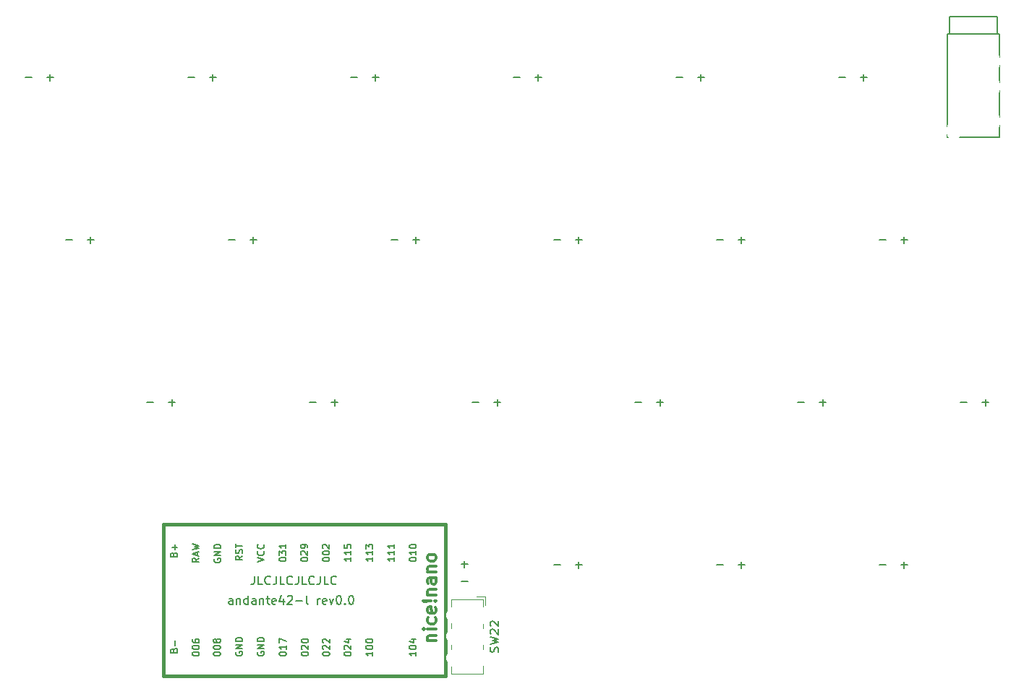
<source format=gto>
G04 #@! TF.GenerationSoftware,KiCad,Pcbnew,(5.1.4)-1*
G04 #@! TF.CreationDate,2021-01-05T09:43:32-08:00*
G04 #@! TF.ProjectId,andante-classic,616e6461-6e74-4652-9d63-6c6173736963,rev?*
G04 #@! TF.SameCoordinates,Original*
G04 #@! TF.FileFunction,Legend,Top*
G04 #@! TF.FilePolarity,Positive*
%FSLAX46Y46*%
G04 Gerber Fmt 4.6, Leading zero omitted, Abs format (unit mm)*
G04 Created by KiCad (PCBNEW (5.1.4)-1) date 2021-01-05 09:43:32*
%MOMM*%
%LPD*%
G04 APERTURE LIST*
%ADD10C,0.150000*%
%ADD11C,0.381000*%
%ADD12C,0.120000*%
%ADD13C,0.300000*%
%ADD14R,2.007000X2.007000*%
%ADD15C,2.007000*%
%ADD16C,0.902000*%
%ADD17C,1.802000*%
%ADD18C,2.102000*%
%ADD19C,1.852000*%
%ADD20C,2.352000*%
%ADD21C,4.089800*%
%ADD22C,2.352000*%
%ADD23C,1.854600*%
%ADD24O,1.852000X1.302000*%
%ADD25C,0.100000*%
%ADD26C,1.302000*%
%ADD27C,1.702000*%
%ADD28R,1.702000X1.702000*%
%ADD29O,1.702000X2.102000*%
G04 APERTURE END LIST*
D10*
X54776312Y-84598260D02*
X54776312Y-85312546D01*
X54728693Y-85455403D01*
X54633455Y-85550641D01*
X54490598Y-85598260D01*
X54395360Y-85598260D01*
X55728693Y-85598260D02*
X55252502Y-85598260D01*
X55252502Y-84598260D01*
X56633455Y-85503022D02*
X56585836Y-85550641D01*
X56442979Y-85598260D01*
X56347740Y-85598260D01*
X56204883Y-85550641D01*
X56109645Y-85455403D01*
X56062026Y-85360165D01*
X56014407Y-85169689D01*
X56014407Y-85026832D01*
X56062026Y-84836356D01*
X56109645Y-84741118D01*
X56204883Y-84645880D01*
X56347740Y-84598260D01*
X56442979Y-84598260D01*
X56585836Y-84645880D01*
X56633455Y-84693499D01*
X57347740Y-84598260D02*
X57347740Y-85312546D01*
X57300121Y-85455403D01*
X57204883Y-85550641D01*
X57062026Y-85598260D01*
X56966788Y-85598260D01*
X58300121Y-85598260D02*
X57823931Y-85598260D01*
X57823931Y-84598260D01*
X59204883Y-85503022D02*
X59157264Y-85550641D01*
X59014407Y-85598260D01*
X58919169Y-85598260D01*
X58776312Y-85550641D01*
X58681074Y-85455403D01*
X58633455Y-85360165D01*
X58585836Y-85169689D01*
X58585836Y-85026832D01*
X58633455Y-84836356D01*
X58681074Y-84741118D01*
X58776312Y-84645880D01*
X58919169Y-84598260D01*
X59014407Y-84598260D01*
X59157264Y-84645880D01*
X59204883Y-84693499D01*
X59919169Y-84598260D02*
X59919169Y-85312546D01*
X59871550Y-85455403D01*
X59776312Y-85550641D01*
X59633455Y-85598260D01*
X59538217Y-85598260D01*
X60871550Y-85598260D02*
X60395360Y-85598260D01*
X60395360Y-84598260D01*
X61776312Y-85503022D02*
X61728693Y-85550641D01*
X61585836Y-85598260D01*
X61490598Y-85598260D01*
X61347740Y-85550641D01*
X61252502Y-85455403D01*
X61204883Y-85360165D01*
X61157264Y-85169689D01*
X61157264Y-85026832D01*
X61204883Y-84836356D01*
X61252502Y-84741118D01*
X61347740Y-84645880D01*
X61490598Y-84598260D01*
X61585836Y-84598260D01*
X61728693Y-84645880D01*
X61776312Y-84693499D01*
X62490598Y-84598260D02*
X62490598Y-85312546D01*
X62442979Y-85455403D01*
X62347740Y-85550641D01*
X62204883Y-85598260D01*
X62109645Y-85598260D01*
X63442979Y-85598260D02*
X62966788Y-85598260D01*
X62966788Y-84598260D01*
X64347740Y-85503022D02*
X64300121Y-85550641D01*
X64157264Y-85598260D01*
X64062026Y-85598260D01*
X63919169Y-85550641D01*
X63823931Y-85455403D01*
X63776312Y-85360165D01*
X63728693Y-85169689D01*
X63728693Y-85026832D01*
X63776312Y-84836356D01*
X63823931Y-84741118D01*
X63919169Y-84645880D01*
X64062026Y-84598260D01*
X64157264Y-84598260D01*
X64300121Y-84645880D01*
X64347740Y-84693499D01*
X52234366Y-87907120D02*
X52234366Y-87383311D01*
X52186747Y-87288073D01*
X52091509Y-87240454D01*
X51901033Y-87240454D01*
X51805795Y-87288073D01*
X52234366Y-87859501D02*
X52139128Y-87907120D01*
X51901033Y-87907120D01*
X51805795Y-87859501D01*
X51758176Y-87764263D01*
X51758176Y-87669025D01*
X51805795Y-87573787D01*
X51901033Y-87526168D01*
X52139128Y-87526168D01*
X52234366Y-87478549D01*
X52710557Y-87240454D02*
X52710557Y-87907120D01*
X52710557Y-87335692D02*
X52758176Y-87288073D01*
X52853414Y-87240454D01*
X52996271Y-87240454D01*
X53091509Y-87288073D01*
X53139128Y-87383311D01*
X53139128Y-87907120D01*
X54043890Y-87907120D02*
X54043890Y-86907120D01*
X54043890Y-87859501D02*
X53948652Y-87907120D01*
X53758176Y-87907120D01*
X53662938Y-87859501D01*
X53615319Y-87811882D01*
X53567700Y-87716644D01*
X53567700Y-87430930D01*
X53615319Y-87335692D01*
X53662938Y-87288073D01*
X53758176Y-87240454D01*
X53948652Y-87240454D01*
X54043890Y-87288073D01*
X54948652Y-87907120D02*
X54948652Y-87383311D01*
X54901033Y-87288073D01*
X54805795Y-87240454D01*
X54615319Y-87240454D01*
X54520080Y-87288073D01*
X54948652Y-87859501D02*
X54853414Y-87907120D01*
X54615319Y-87907120D01*
X54520080Y-87859501D01*
X54472461Y-87764263D01*
X54472461Y-87669025D01*
X54520080Y-87573787D01*
X54615319Y-87526168D01*
X54853414Y-87526168D01*
X54948652Y-87478549D01*
X55424842Y-87240454D02*
X55424842Y-87907120D01*
X55424842Y-87335692D02*
X55472461Y-87288073D01*
X55567700Y-87240454D01*
X55710557Y-87240454D01*
X55805795Y-87288073D01*
X55853414Y-87383311D01*
X55853414Y-87907120D01*
X56186747Y-87240454D02*
X56567700Y-87240454D01*
X56329604Y-86907120D02*
X56329604Y-87764263D01*
X56377223Y-87859501D01*
X56472461Y-87907120D01*
X56567700Y-87907120D01*
X57281985Y-87859501D02*
X57186747Y-87907120D01*
X56996271Y-87907120D01*
X56901033Y-87859501D01*
X56853414Y-87764263D01*
X56853414Y-87383311D01*
X56901033Y-87288073D01*
X56996271Y-87240454D01*
X57186747Y-87240454D01*
X57281985Y-87288073D01*
X57329604Y-87383311D01*
X57329604Y-87478549D01*
X56853414Y-87573787D01*
X58186747Y-87240454D02*
X58186747Y-87907120D01*
X57948652Y-86859501D02*
X57710557Y-87573787D01*
X58329604Y-87573787D01*
X58662938Y-87002359D02*
X58710557Y-86954740D01*
X58805795Y-86907120D01*
X59043890Y-86907120D01*
X59139128Y-86954740D01*
X59186747Y-87002359D01*
X59234366Y-87097597D01*
X59234366Y-87192835D01*
X59186747Y-87335692D01*
X58615319Y-87907120D01*
X59234366Y-87907120D01*
X59662938Y-87526168D02*
X60424842Y-87526168D01*
X61043890Y-87907120D02*
X60948652Y-87859501D01*
X60901033Y-87764263D01*
X60901033Y-86907120D01*
X62186747Y-87907120D02*
X62186747Y-87240454D01*
X62186747Y-87430930D02*
X62234366Y-87335692D01*
X62281985Y-87288073D01*
X62377223Y-87240454D01*
X62472461Y-87240454D01*
X63186747Y-87859501D02*
X63091509Y-87907120D01*
X62901033Y-87907120D01*
X62805795Y-87859501D01*
X62758176Y-87764263D01*
X62758176Y-87383311D01*
X62805795Y-87288073D01*
X62901033Y-87240454D01*
X63091509Y-87240454D01*
X63186747Y-87288073D01*
X63234366Y-87383311D01*
X63234366Y-87478549D01*
X62758176Y-87573787D01*
X63567700Y-87240454D02*
X63805795Y-87907120D01*
X64043890Y-87240454D01*
X64615319Y-86907120D02*
X64710557Y-86907120D01*
X64805795Y-86954740D01*
X64853414Y-87002359D01*
X64901033Y-87097597D01*
X64948652Y-87288073D01*
X64948652Y-87526168D01*
X64901033Y-87716644D01*
X64853414Y-87811882D01*
X64805795Y-87859501D01*
X64710557Y-87907120D01*
X64615319Y-87907120D01*
X64520080Y-87859501D01*
X64472461Y-87811882D01*
X64424842Y-87716644D01*
X64377223Y-87526168D01*
X64377223Y-87288073D01*
X64424842Y-87097597D01*
X64472461Y-87002359D01*
X64520080Y-86954740D01*
X64615319Y-86907120D01*
X65377223Y-87811882D02*
X65424842Y-87859501D01*
X65377223Y-87907120D01*
X65329604Y-87859501D01*
X65377223Y-87811882D01*
X65377223Y-87907120D01*
X66043890Y-86907120D02*
X66139128Y-86907120D01*
X66234366Y-86954740D01*
X66281985Y-87002359D01*
X66329604Y-87097597D01*
X66377223Y-87288073D01*
X66377223Y-87526168D01*
X66329604Y-87716644D01*
X66281985Y-87811882D01*
X66234366Y-87859501D01*
X66139128Y-87907120D01*
X66043890Y-87907120D01*
X65948652Y-87859501D01*
X65901033Y-87811882D01*
X65853414Y-87716644D01*
X65805795Y-87526168D01*
X65805795Y-87288073D01*
X65853414Y-87097597D01*
X65901033Y-87002359D01*
X65948652Y-86954740D01*
X66043890Y-86907120D01*
X79002129Y-83212312D02*
X79764034Y-83212312D01*
X79383082Y-83593264D02*
X79383082Y-82831360D01*
X79002129Y-85196692D02*
X79764034Y-85196692D01*
D11*
X46680538Y-96298380D02*
X77160538Y-96298380D01*
X77160538Y-96298380D02*
X77160538Y-78518380D01*
X77160538Y-78518380D02*
X46680538Y-78518380D01*
X46680538Y-78518380D02*
X44140538Y-78518380D01*
X44140538Y-78518380D02*
X44140538Y-96298380D01*
X44140538Y-96298380D02*
X46680538Y-96298380D01*
D12*
X81814000Y-87039000D02*
X81814000Y-88039000D01*
X80814000Y-87039000D02*
X81814000Y-87039000D01*
X77814000Y-87339000D02*
X81514000Y-87339000D01*
X77814000Y-88219000D02*
X77814000Y-87339000D01*
X77814000Y-90719000D02*
X77814000Y-90159000D01*
X77814000Y-93209000D02*
X77814000Y-92659000D01*
X77814000Y-96039000D02*
X77814000Y-95169000D01*
X81514000Y-96039000D02*
X77814000Y-96039000D01*
X81514000Y-95159000D02*
X81514000Y-96039000D01*
X81514000Y-92659000D02*
X81514000Y-93219000D01*
X81514000Y-90189000D02*
X81514000Y-90719000D01*
X81514000Y-87339000D02*
X81514000Y-88189000D01*
D10*
X141750000Y-19050000D02*
X136150000Y-19050000D01*
X136150000Y-21050000D02*
X136150000Y-19050000D01*
X141750000Y-21050000D02*
X141750000Y-19050000D01*
X135900000Y-21050000D02*
X135900000Y-33150000D01*
X142000000Y-21050000D02*
X142000000Y-33150000D01*
X142000000Y-33150000D02*
X135900000Y-33150000D01*
X142000000Y-21050000D02*
X135900000Y-21050000D01*
X127936547Y-83283928D02*
X128698452Y-83283928D01*
X130476547Y-83283928D02*
X131238452Y-83283928D01*
X130857500Y-83664880D02*
X130857500Y-82902976D01*
X80311547Y-64233928D02*
X81073452Y-64233928D01*
X82851547Y-64233928D02*
X83613452Y-64233928D01*
X83232500Y-64614880D02*
X83232500Y-63852976D01*
X32686547Y-45183928D02*
X33448452Y-45183928D01*
X35226547Y-45183928D02*
X35988452Y-45183928D01*
X35607500Y-45564880D02*
X35607500Y-44802976D01*
X42211547Y-64233928D02*
X42973452Y-64233928D01*
X44751547Y-64233928D02*
X45513452Y-64233928D01*
X45132500Y-64614880D02*
X45132500Y-63852976D01*
X85074047Y-26133928D02*
X85835952Y-26133928D01*
X87614047Y-26133928D02*
X88375952Y-26133928D01*
X87995000Y-26514880D02*
X87995000Y-25752976D01*
X118411547Y-64233928D02*
X119173452Y-64233928D01*
X120951547Y-64233928D02*
X121713452Y-64233928D01*
X121332500Y-64614880D02*
X121332500Y-63852976D01*
D13*
X75061109Y-92190094D02*
X76061109Y-92190094D01*
X75203966Y-92190094D02*
X75132538Y-92118665D01*
X75061109Y-91975808D01*
X75061109Y-91761522D01*
X75132538Y-91618665D01*
X75275395Y-91547237D01*
X76061109Y-91547237D01*
X76061109Y-90832951D02*
X75061109Y-90832951D01*
X74561109Y-90832951D02*
X74632538Y-90904380D01*
X74703966Y-90832951D01*
X74632538Y-90761522D01*
X74561109Y-90832951D01*
X74703966Y-90832951D01*
X75989680Y-89475808D02*
X76061109Y-89618665D01*
X76061109Y-89904380D01*
X75989680Y-90047237D01*
X75918252Y-90118665D01*
X75775395Y-90190094D01*
X75346823Y-90190094D01*
X75203966Y-90118665D01*
X75132538Y-90047237D01*
X75061109Y-89904380D01*
X75061109Y-89618665D01*
X75132538Y-89475808D01*
X75989680Y-88261522D02*
X76061109Y-88404380D01*
X76061109Y-88690094D01*
X75989680Y-88832951D01*
X75846823Y-88904380D01*
X75275395Y-88904380D01*
X75132538Y-88832951D01*
X75061109Y-88690094D01*
X75061109Y-88404380D01*
X75132538Y-88261522D01*
X75275395Y-88190094D01*
X75418252Y-88190094D01*
X75561109Y-88904380D01*
X75918252Y-87547237D02*
X75989680Y-87475808D01*
X76061109Y-87547237D01*
X75989680Y-87618665D01*
X75918252Y-87547237D01*
X76061109Y-87547237D01*
X75489680Y-87547237D02*
X74632538Y-87618665D01*
X74561109Y-87547237D01*
X74632538Y-87475808D01*
X75489680Y-87547237D01*
X74561109Y-87547237D01*
X75061109Y-86832951D02*
X76061109Y-86832951D01*
X75203966Y-86832951D02*
X75132538Y-86761522D01*
X75061109Y-86618665D01*
X75061109Y-86404380D01*
X75132538Y-86261522D01*
X75275395Y-86190094D01*
X76061109Y-86190094D01*
X76061109Y-84832951D02*
X75275395Y-84832951D01*
X75132538Y-84904380D01*
X75061109Y-85047237D01*
X75061109Y-85332951D01*
X75132538Y-85475808D01*
X75989680Y-84832951D02*
X76061109Y-84975808D01*
X76061109Y-85332951D01*
X75989680Y-85475808D01*
X75846823Y-85547237D01*
X75703966Y-85547237D01*
X75561109Y-85475808D01*
X75489680Y-85332951D01*
X75489680Y-84975808D01*
X75418252Y-84832951D01*
X75061109Y-84118665D02*
X76061109Y-84118665D01*
X75203966Y-84118665D02*
X75132538Y-84047237D01*
X75061109Y-83904380D01*
X75061109Y-83690094D01*
X75132538Y-83547237D01*
X75275395Y-83475808D01*
X76061109Y-83475808D01*
X76061109Y-82547237D02*
X75989680Y-82690094D01*
X75918252Y-82761522D01*
X75775395Y-82832951D01*
X75346823Y-82832951D01*
X75203966Y-82761522D01*
X75132538Y-82690094D01*
X75061109Y-82547237D01*
X75061109Y-82332951D01*
X75132538Y-82190094D01*
X75203966Y-82118665D01*
X75346823Y-82047237D01*
X75775395Y-82047237D01*
X75918252Y-82118665D01*
X75989680Y-82190094D01*
X76061109Y-82332951D01*
X76061109Y-82547237D01*
D10*
X72912442Y-82671189D02*
X72912442Y-82594998D01*
X72950538Y-82518808D01*
X72988633Y-82480712D01*
X73064823Y-82442617D01*
X73217204Y-82404522D01*
X73407680Y-82404522D01*
X73560061Y-82442617D01*
X73636252Y-82480712D01*
X73674347Y-82518808D01*
X73712442Y-82594998D01*
X73712442Y-82671189D01*
X73674347Y-82747379D01*
X73636252Y-82785474D01*
X73560061Y-82823569D01*
X73407680Y-82861665D01*
X73217204Y-82861665D01*
X73064823Y-82823569D01*
X72988633Y-82785474D01*
X72950538Y-82747379D01*
X72912442Y-82671189D01*
X73712442Y-81642617D02*
X73712442Y-82099760D01*
X73712442Y-81871189D02*
X72912442Y-81871189D01*
X73026728Y-81947379D01*
X73102918Y-82023569D01*
X73141014Y-82099760D01*
X72912442Y-81147379D02*
X72912442Y-81071189D01*
X72950538Y-80994998D01*
X72988633Y-80956903D01*
X73064823Y-80918808D01*
X73217204Y-80880712D01*
X73407680Y-80880712D01*
X73560061Y-80918808D01*
X73636252Y-80956903D01*
X73674347Y-80994998D01*
X73712442Y-81071189D01*
X73712442Y-81147379D01*
X73674347Y-81223569D01*
X73636252Y-81261665D01*
X73560061Y-81299760D01*
X73407680Y-81337855D01*
X73217204Y-81337855D01*
X73064823Y-81299760D01*
X72988633Y-81261665D01*
X72950538Y-81223569D01*
X72912442Y-81147379D01*
X66092442Y-82404522D02*
X66092442Y-82861665D01*
X66092442Y-82633093D02*
X65292442Y-82633093D01*
X65406728Y-82709284D01*
X65482918Y-82785474D01*
X65521014Y-82861665D01*
X66092442Y-81642617D02*
X66092442Y-82099760D01*
X66092442Y-81871189D02*
X65292442Y-81871189D01*
X65406728Y-81947379D01*
X65482918Y-82023569D01*
X65521014Y-82099760D01*
X65292442Y-80918808D02*
X65292442Y-81299760D01*
X65673395Y-81337855D01*
X65635299Y-81299760D01*
X65597204Y-81223569D01*
X65597204Y-81033093D01*
X65635299Y-80956903D01*
X65673395Y-80918808D01*
X65749585Y-80880712D01*
X65940061Y-80880712D01*
X66016252Y-80918808D01*
X66054347Y-80956903D01*
X66092442Y-81033093D01*
X66092442Y-81223569D01*
X66054347Y-81299760D01*
X66016252Y-81337855D01*
X62752442Y-82671189D02*
X62752442Y-82594998D01*
X62790538Y-82518808D01*
X62828633Y-82480712D01*
X62904823Y-82442617D01*
X63057204Y-82404522D01*
X63247680Y-82404522D01*
X63400061Y-82442617D01*
X63476252Y-82480712D01*
X63514347Y-82518808D01*
X63552442Y-82594998D01*
X63552442Y-82671189D01*
X63514347Y-82747379D01*
X63476252Y-82785474D01*
X63400061Y-82823569D01*
X63247680Y-82861665D01*
X63057204Y-82861665D01*
X62904823Y-82823569D01*
X62828633Y-82785474D01*
X62790538Y-82747379D01*
X62752442Y-82671189D01*
X62752442Y-81909284D02*
X62752442Y-81833093D01*
X62790538Y-81756903D01*
X62828633Y-81718808D01*
X62904823Y-81680712D01*
X63057204Y-81642617D01*
X63247680Y-81642617D01*
X63400061Y-81680712D01*
X63476252Y-81718808D01*
X63514347Y-81756903D01*
X63552442Y-81833093D01*
X63552442Y-81909284D01*
X63514347Y-81985474D01*
X63476252Y-82023569D01*
X63400061Y-82061665D01*
X63247680Y-82099760D01*
X63057204Y-82099760D01*
X62904823Y-82061665D01*
X62828633Y-82023569D01*
X62790538Y-81985474D01*
X62752442Y-81909284D01*
X62828633Y-81337855D02*
X62790538Y-81299760D01*
X62752442Y-81223569D01*
X62752442Y-81033093D01*
X62790538Y-80956903D01*
X62828633Y-80918808D01*
X62904823Y-80880712D01*
X62981014Y-80880712D01*
X63095299Y-80918808D01*
X63552442Y-81375950D01*
X63552442Y-80880712D01*
X60212442Y-82671189D02*
X60212442Y-82594998D01*
X60250538Y-82518808D01*
X60288633Y-82480712D01*
X60364823Y-82442617D01*
X60517204Y-82404522D01*
X60707680Y-82404522D01*
X60860061Y-82442617D01*
X60936252Y-82480712D01*
X60974347Y-82518808D01*
X61012442Y-82594998D01*
X61012442Y-82671189D01*
X60974347Y-82747379D01*
X60936252Y-82785474D01*
X60860061Y-82823569D01*
X60707680Y-82861665D01*
X60517204Y-82861665D01*
X60364823Y-82823569D01*
X60288633Y-82785474D01*
X60250538Y-82747379D01*
X60212442Y-82671189D01*
X60288633Y-82099760D02*
X60250538Y-82061665D01*
X60212442Y-81985474D01*
X60212442Y-81794998D01*
X60250538Y-81718808D01*
X60288633Y-81680712D01*
X60364823Y-81642617D01*
X60441014Y-81642617D01*
X60555299Y-81680712D01*
X61012442Y-82137855D01*
X61012442Y-81642617D01*
X61012442Y-81261665D02*
X61012442Y-81109284D01*
X60974347Y-81033093D01*
X60936252Y-80994998D01*
X60821966Y-80918808D01*
X60669585Y-80880712D01*
X60364823Y-80880712D01*
X60288633Y-80918808D01*
X60250538Y-80956903D01*
X60212442Y-81033093D01*
X60212442Y-81185474D01*
X60250538Y-81261665D01*
X60288633Y-81299760D01*
X60364823Y-81337855D01*
X60555299Y-81337855D01*
X60631490Y-81299760D01*
X60669585Y-81261665D01*
X60707680Y-81185474D01*
X60707680Y-81033093D01*
X60669585Y-80956903D01*
X60631490Y-80918808D01*
X60555299Y-80880712D01*
X48312442Y-82487045D02*
X47931490Y-82753712D01*
X48312442Y-82944188D02*
X47512442Y-82944188D01*
X47512442Y-82639426D01*
X47550538Y-82563236D01*
X47588633Y-82525141D01*
X47664823Y-82487045D01*
X47779109Y-82487045D01*
X47855299Y-82525141D01*
X47893395Y-82563236D01*
X47931490Y-82639426D01*
X47931490Y-82944188D01*
X48083871Y-82182284D02*
X48083871Y-81801331D01*
X48312442Y-82258474D02*
X47512442Y-81991807D01*
X48312442Y-81725141D01*
X47512442Y-81534665D02*
X48312442Y-81344188D01*
X47741014Y-81191807D01*
X48312442Y-81039426D01*
X47512442Y-80848950D01*
X50090538Y-82563236D02*
X50052442Y-82639427D01*
X50052442Y-82753713D01*
X50090538Y-82867998D01*
X50166728Y-82944189D01*
X50242918Y-82982284D01*
X50395299Y-83020379D01*
X50509585Y-83020379D01*
X50661966Y-82982284D01*
X50738157Y-82944189D01*
X50814347Y-82867998D01*
X50852442Y-82753713D01*
X50852442Y-82677522D01*
X50814347Y-82563236D01*
X50776252Y-82525141D01*
X50509585Y-82525141D01*
X50509585Y-82677522D01*
X50852442Y-82182284D02*
X50052442Y-82182284D01*
X50852442Y-81725141D01*
X50052442Y-81725141D01*
X50852442Y-81344189D02*
X50052442Y-81344189D01*
X50052442Y-81153713D01*
X50090538Y-81039427D01*
X50166728Y-80963236D01*
X50242918Y-80925141D01*
X50395299Y-80887046D01*
X50509585Y-80887046D01*
X50661966Y-80925141D01*
X50738157Y-80963236D01*
X50814347Y-81039427D01*
X50852442Y-81153713D01*
X50852442Y-81344189D01*
X53392442Y-82258475D02*
X53011490Y-82525141D01*
X53392442Y-82715618D02*
X52592442Y-82715618D01*
X52592442Y-82410856D01*
X52630538Y-82334665D01*
X52668633Y-82296570D01*
X52744823Y-82258475D01*
X52859109Y-82258475D01*
X52935299Y-82296570D01*
X52973395Y-82334665D01*
X53011490Y-82410856D01*
X53011490Y-82715618D01*
X53354347Y-81953713D02*
X53392442Y-81839427D01*
X53392442Y-81648951D01*
X53354347Y-81572760D01*
X53316252Y-81534665D01*
X53240061Y-81496570D01*
X53163871Y-81496570D01*
X53087680Y-81534665D01*
X53049585Y-81572760D01*
X53011490Y-81648951D01*
X52973395Y-81801332D01*
X52935299Y-81877522D01*
X52897204Y-81915618D01*
X52821014Y-81953713D01*
X52744823Y-81953713D01*
X52668633Y-81915618D01*
X52630538Y-81877522D01*
X52592442Y-81801332D01*
X52592442Y-81610856D01*
X52630538Y-81496570D01*
X52592442Y-81267999D02*
X52592442Y-80810856D01*
X53392442Y-81039427D02*
X52592442Y-81039427D01*
X55132442Y-82937855D02*
X55932442Y-82671189D01*
X55132442Y-82404522D01*
X55856252Y-81680712D02*
X55894347Y-81718808D01*
X55932442Y-81833093D01*
X55932442Y-81909284D01*
X55894347Y-82023569D01*
X55818157Y-82099760D01*
X55741966Y-82137855D01*
X55589585Y-82175950D01*
X55475299Y-82175950D01*
X55322918Y-82137855D01*
X55246728Y-82099760D01*
X55170538Y-82023569D01*
X55132442Y-81909284D01*
X55132442Y-81833093D01*
X55170538Y-81718808D01*
X55208633Y-81680712D01*
X55856252Y-80880712D02*
X55894347Y-80918808D01*
X55932442Y-81033093D01*
X55932442Y-81109284D01*
X55894347Y-81223569D01*
X55818157Y-81299760D01*
X55741966Y-81337855D01*
X55589585Y-81375950D01*
X55475299Y-81375950D01*
X55322918Y-81337855D01*
X55246728Y-81299760D01*
X55170538Y-81223569D01*
X55132442Y-81109284D01*
X55132442Y-81033093D01*
X55170538Y-80918808D01*
X55208633Y-80880712D01*
X57672442Y-82671189D02*
X57672442Y-82594998D01*
X57710538Y-82518808D01*
X57748633Y-82480712D01*
X57824823Y-82442617D01*
X57977204Y-82404522D01*
X58167680Y-82404522D01*
X58320061Y-82442617D01*
X58396252Y-82480712D01*
X58434347Y-82518808D01*
X58472442Y-82594998D01*
X58472442Y-82671189D01*
X58434347Y-82747379D01*
X58396252Y-82785474D01*
X58320061Y-82823569D01*
X58167680Y-82861665D01*
X57977204Y-82861665D01*
X57824823Y-82823569D01*
X57748633Y-82785474D01*
X57710538Y-82747379D01*
X57672442Y-82671189D01*
X57672442Y-82137855D02*
X57672442Y-81642617D01*
X57977204Y-81909284D01*
X57977204Y-81794998D01*
X58015299Y-81718808D01*
X58053395Y-81680712D01*
X58129585Y-81642617D01*
X58320061Y-81642617D01*
X58396252Y-81680712D01*
X58434347Y-81718808D01*
X58472442Y-81794998D01*
X58472442Y-82023569D01*
X58434347Y-82099760D01*
X58396252Y-82137855D01*
X58472442Y-80880712D02*
X58472442Y-81337855D01*
X58472442Y-81109284D02*
X57672442Y-81109284D01*
X57786728Y-81185474D01*
X57862918Y-81261665D01*
X57901014Y-81337855D01*
X68632442Y-82404522D02*
X68632442Y-82861665D01*
X68632442Y-82633093D02*
X67832442Y-82633093D01*
X67946728Y-82709284D01*
X68022918Y-82785474D01*
X68061014Y-82861665D01*
X68632442Y-81642617D02*
X68632442Y-82099760D01*
X68632442Y-81871189D02*
X67832442Y-81871189D01*
X67946728Y-81947379D01*
X68022918Y-82023569D01*
X68061014Y-82099760D01*
X67832442Y-81375950D02*
X67832442Y-80880712D01*
X68137204Y-81147379D01*
X68137204Y-81033093D01*
X68175299Y-80956903D01*
X68213395Y-80918808D01*
X68289585Y-80880712D01*
X68480061Y-80880712D01*
X68556252Y-80918808D01*
X68594347Y-80956903D01*
X68632442Y-81033093D01*
X68632442Y-81261665D01*
X68594347Y-81337855D01*
X68556252Y-81375950D01*
X71172442Y-82404522D02*
X71172442Y-82861665D01*
X71172442Y-82633093D02*
X70372442Y-82633093D01*
X70486728Y-82709284D01*
X70562918Y-82785474D01*
X70601014Y-82861665D01*
X71172442Y-81642617D02*
X71172442Y-82099760D01*
X71172442Y-81871189D02*
X70372442Y-81871189D01*
X70486728Y-81947379D01*
X70562918Y-82023569D01*
X70601014Y-82099760D01*
X71172442Y-80880712D02*
X71172442Y-81337855D01*
X71172442Y-81109284D02*
X70372442Y-81109284D01*
X70486728Y-81185474D01*
X70562918Y-81261665D01*
X70601014Y-81337855D01*
X73712442Y-93478903D02*
X73712442Y-93936046D01*
X73712442Y-93707474D02*
X72912442Y-93707474D01*
X73026728Y-93783665D01*
X73102918Y-93859855D01*
X73141014Y-93936046D01*
X72912442Y-92983665D02*
X72912442Y-92907474D01*
X72950538Y-92831284D01*
X72988633Y-92793189D01*
X73064823Y-92755093D01*
X73217204Y-92716998D01*
X73407680Y-92716998D01*
X73560061Y-92755093D01*
X73636252Y-92793189D01*
X73674347Y-92831284D01*
X73712442Y-92907474D01*
X73712442Y-92983665D01*
X73674347Y-93059855D01*
X73636252Y-93097950D01*
X73560061Y-93136046D01*
X73407680Y-93174141D01*
X73217204Y-93174141D01*
X73064823Y-93136046D01*
X72988633Y-93097950D01*
X72950538Y-93059855D01*
X72912442Y-92983665D01*
X73179109Y-92031284D02*
X73712442Y-92031284D01*
X72874347Y-92221760D02*
X73445776Y-92412236D01*
X73445776Y-91916998D01*
X68632442Y-93478903D02*
X68632442Y-93936046D01*
X68632442Y-93707474D02*
X67832442Y-93707474D01*
X67946728Y-93783665D01*
X68022918Y-93859855D01*
X68061014Y-93936046D01*
X67832442Y-92983665D02*
X67832442Y-92907474D01*
X67870538Y-92831284D01*
X67908633Y-92793189D01*
X67984823Y-92755093D01*
X68137204Y-92716998D01*
X68327680Y-92716998D01*
X68480061Y-92755093D01*
X68556252Y-92793189D01*
X68594347Y-92831284D01*
X68632442Y-92907474D01*
X68632442Y-92983665D01*
X68594347Y-93059855D01*
X68556252Y-93097950D01*
X68480061Y-93136046D01*
X68327680Y-93174141D01*
X68137204Y-93174141D01*
X67984823Y-93136046D01*
X67908633Y-93097950D01*
X67870538Y-93059855D01*
X67832442Y-92983665D01*
X67832442Y-92221760D02*
X67832442Y-92145570D01*
X67870538Y-92069379D01*
X67908633Y-92031284D01*
X67984823Y-91993189D01*
X68137204Y-91955093D01*
X68327680Y-91955093D01*
X68480061Y-91993189D01*
X68556252Y-92031284D01*
X68594347Y-92069379D01*
X68632442Y-92145570D01*
X68632442Y-92221760D01*
X68594347Y-92297950D01*
X68556252Y-92336046D01*
X68480061Y-92374141D01*
X68327680Y-92412236D01*
X68137204Y-92412236D01*
X67984823Y-92374141D01*
X67908633Y-92336046D01*
X67870538Y-92297950D01*
X67832442Y-92221760D01*
X65292442Y-93745570D02*
X65292442Y-93669379D01*
X65330538Y-93593189D01*
X65368633Y-93555093D01*
X65444823Y-93516998D01*
X65597204Y-93478903D01*
X65787680Y-93478903D01*
X65940061Y-93516998D01*
X66016252Y-93555093D01*
X66054347Y-93593189D01*
X66092442Y-93669379D01*
X66092442Y-93745570D01*
X66054347Y-93821760D01*
X66016252Y-93859855D01*
X65940061Y-93897950D01*
X65787680Y-93936046D01*
X65597204Y-93936046D01*
X65444823Y-93897950D01*
X65368633Y-93859855D01*
X65330538Y-93821760D01*
X65292442Y-93745570D01*
X65368633Y-93174141D02*
X65330538Y-93136046D01*
X65292442Y-93059855D01*
X65292442Y-92869379D01*
X65330538Y-92793189D01*
X65368633Y-92755093D01*
X65444823Y-92716998D01*
X65521014Y-92716998D01*
X65635299Y-92755093D01*
X66092442Y-93212236D01*
X66092442Y-92716998D01*
X65559109Y-92031284D02*
X66092442Y-92031284D01*
X65254347Y-92221760D02*
X65825776Y-92412236D01*
X65825776Y-91916998D01*
X62782442Y-93745570D02*
X62782442Y-93669379D01*
X62820538Y-93593189D01*
X62858633Y-93555093D01*
X62934823Y-93516998D01*
X63087204Y-93478903D01*
X63277680Y-93478903D01*
X63430061Y-93516998D01*
X63506252Y-93555093D01*
X63544347Y-93593189D01*
X63582442Y-93669379D01*
X63582442Y-93745570D01*
X63544347Y-93821760D01*
X63506252Y-93859855D01*
X63430061Y-93897950D01*
X63277680Y-93936046D01*
X63087204Y-93936046D01*
X62934823Y-93897950D01*
X62858633Y-93859855D01*
X62820538Y-93821760D01*
X62782442Y-93745570D01*
X62858633Y-93174141D02*
X62820538Y-93136046D01*
X62782442Y-93059855D01*
X62782442Y-92869379D01*
X62820538Y-92793189D01*
X62858633Y-92755093D01*
X62934823Y-92716998D01*
X63011014Y-92716998D01*
X63125299Y-92755093D01*
X63582442Y-93212236D01*
X63582442Y-92716998D01*
X62858633Y-92412236D02*
X62820538Y-92374141D01*
X62782442Y-92297950D01*
X62782442Y-92107474D01*
X62820538Y-92031284D01*
X62858633Y-91993189D01*
X62934823Y-91955093D01*
X63011014Y-91955093D01*
X63125299Y-91993189D01*
X63582442Y-92450331D01*
X63582442Y-91955093D01*
X52630538Y-93478903D02*
X52592442Y-93555094D01*
X52592442Y-93669380D01*
X52630538Y-93783665D01*
X52706728Y-93859856D01*
X52782918Y-93897951D01*
X52935299Y-93936046D01*
X53049585Y-93936046D01*
X53201966Y-93897951D01*
X53278157Y-93859856D01*
X53354347Y-93783665D01*
X53392442Y-93669380D01*
X53392442Y-93593189D01*
X53354347Y-93478903D01*
X53316252Y-93440808D01*
X53049585Y-93440808D01*
X53049585Y-93593189D01*
X53392442Y-93097951D02*
X52592442Y-93097951D01*
X53392442Y-92640808D01*
X52592442Y-92640808D01*
X53392442Y-92259856D02*
X52592442Y-92259856D01*
X52592442Y-92069380D01*
X52630538Y-91955094D01*
X52706728Y-91878903D01*
X52782918Y-91840808D01*
X52935299Y-91802713D01*
X53049585Y-91802713D01*
X53201966Y-91840808D01*
X53278157Y-91878903D01*
X53354347Y-91955094D01*
X53392442Y-92069380D01*
X53392442Y-92259856D01*
X55170538Y-93478903D02*
X55132442Y-93555094D01*
X55132442Y-93669380D01*
X55170538Y-93783665D01*
X55246728Y-93859856D01*
X55322918Y-93897951D01*
X55475299Y-93936046D01*
X55589585Y-93936046D01*
X55741966Y-93897951D01*
X55818157Y-93859856D01*
X55894347Y-93783665D01*
X55932442Y-93669380D01*
X55932442Y-93593189D01*
X55894347Y-93478903D01*
X55856252Y-93440808D01*
X55589585Y-93440808D01*
X55589585Y-93593189D01*
X55932442Y-93097951D02*
X55132442Y-93097951D01*
X55932442Y-92640808D01*
X55132442Y-92640808D01*
X55932442Y-92259856D02*
X55132442Y-92259856D01*
X55132442Y-92069380D01*
X55170538Y-91955094D01*
X55246728Y-91878903D01*
X55322918Y-91840808D01*
X55475299Y-91802713D01*
X55589585Y-91802713D01*
X55741966Y-91840808D01*
X55818157Y-91878903D01*
X55894347Y-91955094D01*
X55932442Y-92069380D01*
X55932442Y-92259856D01*
X57682442Y-93745570D02*
X57682442Y-93669379D01*
X57720538Y-93593189D01*
X57758633Y-93555093D01*
X57834823Y-93516998D01*
X57987204Y-93478903D01*
X58177680Y-93478903D01*
X58330061Y-93516998D01*
X58406252Y-93555093D01*
X58444347Y-93593189D01*
X58482442Y-93669379D01*
X58482442Y-93745570D01*
X58444347Y-93821760D01*
X58406252Y-93859855D01*
X58330061Y-93897950D01*
X58177680Y-93936046D01*
X57987204Y-93936046D01*
X57834823Y-93897950D01*
X57758633Y-93859855D01*
X57720538Y-93821760D01*
X57682442Y-93745570D01*
X58482442Y-92716998D02*
X58482442Y-93174141D01*
X58482442Y-92945570D02*
X57682442Y-92945570D01*
X57796728Y-93021760D01*
X57872918Y-93097950D01*
X57911014Y-93174141D01*
X57682442Y-92450331D02*
X57682442Y-91916998D01*
X58482442Y-92259855D01*
X60282442Y-93745570D02*
X60282442Y-93669379D01*
X60320538Y-93593189D01*
X60358633Y-93555093D01*
X60434823Y-93516998D01*
X60587204Y-93478903D01*
X60777680Y-93478903D01*
X60930061Y-93516998D01*
X61006252Y-93555093D01*
X61044347Y-93593189D01*
X61082442Y-93669379D01*
X61082442Y-93745570D01*
X61044347Y-93821760D01*
X61006252Y-93859855D01*
X60930061Y-93897950D01*
X60777680Y-93936046D01*
X60587204Y-93936046D01*
X60434823Y-93897950D01*
X60358633Y-93859855D01*
X60320538Y-93821760D01*
X60282442Y-93745570D01*
X60358633Y-93174141D02*
X60320538Y-93136046D01*
X60282442Y-93059855D01*
X60282442Y-92869379D01*
X60320538Y-92793189D01*
X60358633Y-92755093D01*
X60434823Y-92716998D01*
X60511014Y-92716998D01*
X60625299Y-92755093D01*
X61082442Y-93212236D01*
X61082442Y-92716998D01*
X60282442Y-92221760D02*
X60282442Y-92145570D01*
X60320538Y-92069379D01*
X60358633Y-92031284D01*
X60434823Y-91993189D01*
X60587204Y-91955093D01*
X60777680Y-91955093D01*
X60930061Y-91993189D01*
X61006252Y-92031284D01*
X61044347Y-92069379D01*
X61082442Y-92145570D01*
X61082442Y-92221760D01*
X61044347Y-92297950D01*
X61006252Y-92336046D01*
X60930061Y-92374141D01*
X60777680Y-92412236D01*
X60587204Y-92412236D01*
X60434823Y-92374141D01*
X60358633Y-92336046D01*
X60320538Y-92297950D01*
X60282442Y-92221760D01*
X49982442Y-93745570D02*
X49982442Y-93669379D01*
X50020538Y-93593189D01*
X50058633Y-93555093D01*
X50134823Y-93516998D01*
X50287204Y-93478903D01*
X50477680Y-93478903D01*
X50630061Y-93516998D01*
X50706252Y-93555093D01*
X50744347Y-93593189D01*
X50782442Y-93669379D01*
X50782442Y-93745570D01*
X50744347Y-93821760D01*
X50706252Y-93859855D01*
X50630061Y-93897950D01*
X50477680Y-93936046D01*
X50287204Y-93936046D01*
X50134823Y-93897950D01*
X50058633Y-93859855D01*
X50020538Y-93821760D01*
X49982442Y-93745570D01*
X49982442Y-92983665D02*
X49982442Y-92907474D01*
X50020538Y-92831284D01*
X50058633Y-92793189D01*
X50134823Y-92755093D01*
X50287204Y-92716998D01*
X50477680Y-92716998D01*
X50630061Y-92755093D01*
X50706252Y-92793189D01*
X50744347Y-92831284D01*
X50782442Y-92907474D01*
X50782442Y-92983665D01*
X50744347Y-93059855D01*
X50706252Y-93097950D01*
X50630061Y-93136046D01*
X50477680Y-93174141D01*
X50287204Y-93174141D01*
X50134823Y-93136046D01*
X50058633Y-93097950D01*
X50020538Y-93059855D01*
X49982442Y-92983665D01*
X50325299Y-92259855D02*
X50287204Y-92336046D01*
X50249109Y-92374141D01*
X50172918Y-92412236D01*
X50134823Y-92412236D01*
X50058633Y-92374141D01*
X50020538Y-92336046D01*
X49982442Y-92259855D01*
X49982442Y-92107474D01*
X50020538Y-92031284D01*
X50058633Y-91993189D01*
X50134823Y-91955093D01*
X50172918Y-91955093D01*
X50249109Y-91993189D01*
X50287204Y-92031284D01*
X50325299Y-92107474D01*
X50325299Y-92259855D01*
X50363395Y-92336046D01*
X50401490Y-92374141D01*
X50477680Y-92412236D01*
X50630061Y-92412236D01*
X50706252Y-92374141D01*
X50744347Y-92336046D01*
X50782442Y-92259855D01*
X50782442Y-92107474D01*
X50744347Y-92031284D01*
X50706252Y-91993189D01*
X50630061Y-91955093D01*
X50477680Y-91955093D01*
X50401490Y-91993189D01*
X50363395Y-92031284D01*
X50325299Y-92107474D01*
X47512442Y-93745570D02*
X47512442Y-93669379D01*
X47550538Y-93593189D01*
X47588633Y-93555093D01*
X47664823Y-93516998D01*
X47817204Y-93478903D01*
X48007680Y-93478903D01*
X48160061Y-93516998D01*
X48236252Y-93555093D01*
X48274347Y-93593189D01*
X48312442Y-93669379D01*
X48312442Y-93745570D01*
X48274347Y-93821760D01*
X48236252Y-93859855D01*
X48160061Y-93897950D01*
X48007680Y-93936046D01*
X47817204Y-93936046D01*
X47664823Y-93897950D01*
X47588633Y-93859855D01*
X47550538Y-93821760D01*
X47512442Y-93745570D01*
X47512442Y-92983665D02*
X47512442Y-92907474D01*
X47550538Y-92831284D01*
X47588633Y-92793189D01*
X47664823Y-92755093D01*
X47817204Y-92716998D01*
X48007680Y-92716998D01*
X48160061Y-92755093D01*
X48236252Y-92793189D01*
X48274347Y-92831284D01*
X48312442Y-92907474D01*
X48312442Y-92983665D01*
X48274347Y-93059855D01*
X48236252Y-93097950D01*
X48160061Y-93136046D01*
X48007680Y-93174141D01*
X47817204Y-93174141D01*
X47664823Y-93136046D01*
X47588633Y-93097950D01*
X47550538Y-93059855D01*
X47512442Y-92983665D01*
X47512442Y-92031284D02*
X47512442Y-92183665D01*
X47550538Y-92259855D01*
X47588633Y-92297950D01*
X47702918Y-92374141D01*
X47855299Y-92412236D01*
X48160061Y-92412236D01*
X48236252Y-92374141D01*
X48274347Y-92336046D01*
X48312442Y-92259855D01*
X48312442Y-92107474D01*
X48274347Y-92031284D01*
X48236252Y-91993189D01*
X48160061Y-91955093D01*
X47969585Y-91955093D01*
X47893395Y-91993189D01*
X47855299Y-92031284D01*
X47817204Y-92107474D01*
X47817204Y-92259855D01*
X47855299Y-92336046D01*
X47893395Y-92374141D01*
X47969585Y-92412236D01*
X45353395Y-93307475D02*
X45391490Y-93193189D01*
X45429585Y-93155094D01*
X45505776Y-93116999D01*
X45620061Y-93116999D01*
X45696252Y-93155094D01*
X45734347Y-93193189D01*
X45772442Y-93269380D01*
X45772442Y-93574141D01*
X44972442Y-93574141D01*
X44972442Y-93307475D01*
X45010538Y-93231284D01*
X45048633Y-93193189D01*
X45124823Y-93155094D01*
X45201014Y-93155094D01*
X45277204Y-93193189D01*
X45315299Y-93231284D01*
X45353395Y-93307475D01*
X45353395Y-93574141D01*
X45467680Y-92774141D02*
X45467680Y-92164618D01*
X45353395Y-82067998D02*
X45391490Y-81953712D01*
X45429585Y-81915617D01*
X45505776Y-81877522D01*
X45620061Y-81877522D01*
X45696252Y-81915617D01*
X45734347Y-81953712D01*
X45772442Y-82029903D01*
X45772442Y-82334664D01*
X44972442Y-82334664D01*
X44972442Y-82067998D01*
X45010538Y-81991807D01*
X45048633Y-81953712D01*
X45124823Y-81915617D01*
X45201014Y-81915617D01*
X45277204Y-81953712D01*
X45315299Y-81991807D01*
X45353395Y-82067998D01*
X45353395Y-82334664D01*
X45467680Y-81534664D02*
X45467680Y-80925141D01*
X45772442Y-81229903D02*
X45162918Y-81229903D01*
X108886547Y-83283928D02*
X109648452Y-83283928D01*
X111426547Y-83283928D02*
X112188452Y-83283928D01*
X111807500Y-83664880D02*
X111807500Y-82902976D01*
X137461547Y-64233928D02*
X138223452Y-64233928D01*
X140001547Y-64233928D02*
X140763452Y-64233928D01*
X140382500Y-64614880D02*
X140382500Y-63852976D01*
X61261547Y-64233928D02*
X62023452Y-64233928D01*
X63801547Y-64233928D02*
X64563452Y-64233928D01*
X64182500Y-64614880D02*
X64182500Y-63852976D01*
X99361547Y-64233928D02*
X100123452Y-64233928D01*
X101901547Y-64233928D02*
X102663452Y-64233928D01*
X102282500Y-64614880D02*
X102282500Y-63852976D01*
X104124047Y-26133928D02*
X104885952Y-26133928D01*
X106664047Y-26133928D02*
X107425952Y-26133928D01*
X107045000Y-26514880D02*
X107045000Y-25752976D01*
X83318761Y-93498523D02*
X83366380Y-93355666D01*
X83366380Y-93117571D01*
X83318761Y-93022333D01*
X83271142Y-92974714D01*
X83175904Y-92927095D01*
X83080666Y-92927095D01*
X82985428Y-92974714D01*
X82937809Y-93022333D01*
X82890190Y-93117571D01*
X82842571Y-93308047D01*
X82794952Y-93403285D01*
X82747333Y-93450904D01*
X82652095Y-93498523D01*
X82556857Y-93498523D01*
X82461619Y-93450904D01*
X82414000Y-93403285D01*
X82366380Y-93308047D01*
X82366380Y-93069952D01*
X82414000Y-92927095D01*
X82366380Y-92593761D02*
X83366380Y-92355666D01*
X82652095Y-92165190D01*
X83366380Y-91974714D01*
X82366380Y-91736619D01*
X82461619Y-91403285D02*
X82414000Y-91355666D01*
X82366380Y-91260428D01*
X82366380Y-91022333D01*
X82414000Y-90927095D01*
X82461619Y-90879476D01*
X82556857Y-90831857D01*
X82652095Y-90831857D01*
X82794952Y-90879476D01*
X83366380Y-91450904D01*
X83366380Y-90831857D01*
X82461619Y-90450904D02*
X82414000Y-90403285D01*
X82366380Y-90308047D01*
X82366380Y-90069952D01*
X82414000Y-89974714D01*
X82461619Y-89927095D01*
X82556857Y-89879476D01*
X82652095Y-89879476D01*
X82794952Y-89927095D01*
X83366380Y-90498523D01*
X83366380Y-89879476D01*
X89836547Y-83283928D02*
X90598452Y-83283928D01*
X92376547Y-83283928D02*
X93138452Y-83283928D01*
X92757500Y-83664880D02*
X92757500Y-82902976D01*
X123174047Y-26133928D02*
X123935952Y-26133928D01*
X125714047Y-26133928D02*
X126475952Y-26133928D01*
X126095000Y-26514880D02*
X126095000Y-25752976D01*
X46974047Y-26133928D02*
X47735952Y-26133928D01*
X49514047Y-26133928D02*
X50275952Y-26133928D01*
X49895000Y-26514880D02*
X49895000Y-25752976D01*
X51736547Y-45183928D02*
X52498452Y-45183928D01*
X54276547Y-45183928D02*
X55038452Y-45183928D01*
X54657500Y-45564880D02*
X54657500Y-44802976D01*
X89836547Y-45183928D02*
X90598452Y-45183928D01*
X92376547Y-45183928D02*
X93138452Y-45183928D01*
X92757500Y-45564880D02*
X92757500Y-44802976D01*
X27924047Y-26133928D02*
X28685952Y-26133928D01*
X30464047Y-26133928D02*
X31225952Y-26133928D01*
X30845000Y-26514880D02*
X30845000Y-25752976D01*
X66024047Y-26133928D02*
X66785952Y-26133928D01*
X68564047Y-26133928D02*
X69325952Y-26133928D01*
X68945000Y-26514880D02*
X68945000Y-25752976D01*
X127936547Y-45183928D02*
X128698452Y-45183928D01*
X130476547Y-45183928D02*
X131238452Y-45183928D01*
X130857500Y-45564880D02*
X130857500Y-44802976D01*
X70786547Y-45183928D02*
X71548452Y-45183928D01*
X73326547Y-45183928D02*
X74088452Y-45183928D01*
X73707500Y-45564880D02*
X73707500Y-44802976D01*
X108886547Y-45183928D02*
X109648452Y-45183928D01*
X111426547Y-45183928D02*
X112188452Y-45183928D01*
X111807500Y-45564880D02*
X111807500Y-44802976D01*
%LPC*%
D14*
X128317500Y-81632500D03*
D15*
X130857500Y-81632500D03*
D16*
X134807500Y-82512500D03*
D17*
X124087500Y-86712500D03*
X135087500Y-86712500D03*
D18*
X129587500Y-92612500D03*
X124587500Y-90512500D03*
D19*
X124507500Y-86712500D03*
X134667500Y-86712500D03*
D20*
X132087500Y-90712500D03*
D21*
X129587500Y-86712500D03*
D20*
X132742505Y-89982504D03*
D22*
X133397500Y-89252500D02*
X132087510Y-90712508D01*
D20*
X127047500Y-91792500D03*
X127067729Y-91502516D03*
D22*
X127087500Y-91212500D02*
X127047958Y-91792532D01*
D14*
X80692500Y-62582500D03*
D15*
X83232500Y-62582500D03*
D16*
X87182500Y-63462500D03*
D17*
X76462500Y-67662500D03*
X87462500Y-67662500D03*
D18*
X81962500Y-73562500D03*
X76962500Y-71462500D03*
D19*
X76882500Y-67662500D03*
X87042500Y-67662500D03*
D20*
X84462500Y-71662500D03*
D21*
X81962500Y-67662500D03*
D20*
X85117505Y-70932504D03*
D22*
X85772500Y-70202500D02*
X84462510Y-71662508D01*
D20*
X79422500Y-72742500D03*
X79442729Y-72452516D03*
D22*
X79462500Y-72162500D02*
X79422958Y-72742532D01*
D14*
X33067500Y-43532500D03*
D15*
X35607500Y-43532500D03*
D16*
X39557500Y-44412500D03*
D17*
X28837500Y-48612500D03*
X39837500Y-48612500D03*
D18*
X34337500Y-54512500D03*
X29337500Y-52412500D03*
D19*
X29257500Y-48612500D03*
X39417500Y-48612500D03*
D20*
X36837500Y-52612500D03*
D21*
X34337500Y-48612500D03*
D20*
X37492505Y-51882504D03*
D22*
X38147500Y-51152500D02*
X36837510Y-52612508D01*
D20*
X31797500Y-53692500D03*
X31817729Y-53402516D03*
D22*
X31837500Y-53112500D02*
X31797958Y-53692532D01*
D14*
X42592500Y-62582500D03*
D15*
X45132500Y-62582500D03*
D16*
X49082500Y-63462500D03*
D17*
X38362500Y-67662500D03*
X49362500Y-67662500D03*
D18*
X43862500Y-73562500D03*
X38862500Y-71462500D03*
D19*
X38782500Y-67662500D03*
X48942500Y-67662500D03*
D20*
X46362500Y-71662500D03*
D21*
X43862500Y-67662500D03*
D20*
X47017505Y-70932504D03*
D22*
X47672500Y-70202500D02*
X46362510Y-71662508D01*
D20*
X41322500Y-72742500D03*
X41342729Y-72452516D03*
D22*
X41362500Y-72162500D02*
X41322958Y-72742532D01*
D14*
X85455000Y-24482500D03*
D15*
X87995000Y-24482500D03*
D16*
X91945000Y-25362500D03*
D17*
X81225000Y-29562500D03*
X92225000Y-29562500D03*
D18*
X86725000Y-35462500D03*
X81725000Y-33362500D03*
D19*
X81645000Y-29562500D03*
X91805000Y-29562500D03*
D20*
X89225000Y-33562500D03*
D21*
X86725000Y-29562500D03*
D20*
X89880005Y-32832504D03*
D22*
X90535000Y-32102500D02*
X89225010Y-33562508D01*
D20*
X84185000Y-34642500D03*
X84205229Y-34352516D03*
D22*
X84225000Y-34062500D02*
X84185458Y-34642532D01*
D14*
X118792500Y-62582500D03*
D15*
X121332500Y-62582500D03*
D16*
X125282500Y-63462500D03*
D17*
X114562500Y-67662500D03*
X125562500Y-67662500D03*
D18*
X120062500Y-73562500D03*
X115062500Y-71462500D03*
D19*
X114982500Y-67662500D03*
X125142500Y-67662500D03*
D20*
X122562500Y-71662500D03*
D21*
X120062500Y-67662500D03*
D20*
X123217505Y-70932504D03*
D22*
X123872500Y-70202500D02*
X122562510Y-71662508D01*
D20*
X117522500Y-72742500D03*
X117542729Y-72452516D03*
D22*
X117562500Y-72162500D02*
X117522958Y-72742532D01*
D23*
X47950538Y-95028380D03*
X50490538Y-95028380D03*
X53030538Y-95028380D03*
X55570538Y-95028380D03*
X58110538Y-95028380D03*
X60650538Y-95028380D03*
X63190538Y-95028380D03*
X65730538Y-95028380D03*
X68270538Y-95028380D03*
X70810538Y-95028380D03*
X73350538Y-95028380D03*
X75890538Y-79788380D03*
X73350538Y-79788380D03*
X70810538Y-79788380D03*
X68270538Y-79788380D03*
X65730538Y-79788380D03*
X63190538Y-79788380D03*
X60650538Y-79788380D03*
X58110538Y-79788380D03*
X55570538Y-79788380D03*
X53030538Y-79788380D03*
X50490538Y-79788380D03*
X75890538Y-95028380D03*
X47950538Y-79788380D03*
X45410538Y-79788380D03*
X45410538Y-95028380D03*
X70810538Y-92488380D03*
X70810538Y-89948380D03*
X70810538Y-87408380D03*
D14*
X109267500Y-81632500D03*
D15*
X111807500Y-81632500D03*
D16*
X115757500Y-82512500D03*
D17*
X105037500Y-86712500D03*
X116037500Y-86712500D03*
D18*
X110537500Y-92612500D03*
X105537500Y-90512500D03*
D19*
X105457500Y-86712500D03*
X115617500Y-86712500D03*
D20*
X113037500Y-90712500D03*
D21*
X110537500Y-86712500D03*
D20*
X113692505Y-89982504D03*
D22*
X114347500Y-89252500D02*
X113037510Y-90712508D01*
D20*
X107997500Y-91792500D03*
X108017729Y-91502516D03*
D22*
X108037500Y-91212500D02*
X107997958Y-91792532D01*
D14*
X137842500Y-62582500D03*
D15*
X140382500Y-62582500D03*
D16*
X144332500Y-63462500D03*
D17*
X133612500Y-67662500D03*
X144612500Y-67662500D03*
D18*
X139112500Y-73562500D03*
X134112500Y-71462500D03*
D19*
X134032500Y-67662500D03*
X144192500Y-67662500D03*
D20*
X141612500Y-71662500D03*
D21*
X139112500Y-67662500D03*
D20*
X142267505Y-70932504D03*
D22*
X142922500Y-70202500D02*
X141612510Y-71662508D01*
D20*
X136572500Y-72742500D03*
X136592729Y-72452516D03*
D22*
X136612500Y-72162500D02*
X136572958Y-72742532D01*
D14*
X61642500Y-62582500D03*
D15*
X64182500Y-62582500D03*
D16*
X68132500Y-63462500D03*
D17*
X57412500Y-67662500D03*
X68412500Y-67662500D03*
D18*
X62912500Y-73562500D03*
X57912500Y-71462500D03*
D19*
X57832500Y-67662500D03*
X67992500Y-67662500D03*
D20*
X65412500Y-71662500D03*
D21*
X62912500Y-67662500D03*
D20*
X66067505Y-70932504D03*
D22*
X66722500Y-70202500D02*
X65412510Y-71662508D01*
D20*
X60372500Y-72742500D03*
X60392729Y-72452516D03*
D22*
X60412500Y-72162500D02*
X60372958Y-72742532D01*
D14*
X99742500Y-62582500D03*
D15*
X102282500Y-62582500D03*
D16*
X106232500Y-63462500D03*
D17*
X95512500Y-67662500D03*
X106512500Y-67662500D03*
D18*
X101012500Y-73562500D03*
X96012500Y-71462500D03*
D19*
X95932500Y-67662500D03*
X106092500Y-67662500D03*
D20*
X103512500Y-71662500D03*
D21*
X101012500Y-67662500D03*
D20*
X104167505Y-70932504D03*
D22*
X104822500Y-70202500D02*
X103512510Y-71662508D01*
D20*
X98472500Y-72742500D03*
X98492729Y-72452516D03*
D22*
X98512500Y-72162500D02*
X98472958Y-72742532D01*
D24*
X81168750Y-83252000D03*
D25*
G36*
X81850088Y-84602306D02*
G01*
X81876419Y-84606212D01*
X81902240Y-84612680D01*
X81927303Y-84621648D01*
X81951367Y-84633029D01*
X81974199Y-84646714D01*
X81995580Y-84662571D01*
X82015303Y-84680447D01*
X82033179Y-84700170D01*
X82049036Y-84721551D01*
X82062721Y-84744383D01*
X82074102Y-84768447D01*
X82083070Y-84793510D01*
X82089538Y-84819331D01*
X82093444Y-84845662D01*
X82094750Y-84872249D01*
X82094750Y-85631751D01*
X82093444Y-85658338D01*
X82089538Y-85684669D01*
X82083070Y-85710490D01*
X82074102Y-85735553D01*
X82062721Y-85759617D01*
X82049036Y-85782449D01*
X82033179Y-85803830D01*
X82015303Y-85823553D01*
X81995580Y-85841429D01*
X81974199Y-85857286D01*
X81951367Y-85870971D01*
X81927303Y-85882352D01*
X81902240Y-85891320D01*
X81876419Y-85897788D01*
X81850088Y-85901694D01*
X81823501Y-85903000D01*
X80513999Y-85903000D01*
X80487412Y-85901694D01*
X80461081Y-85897788D01*
X80435260Y-85891320D01*
X80410197Y-85882352D01*
X80386133Y-85870971D01*
X80363301Y-85857286D01*
X80341920Y-85841429D01*
X80322197Y-85823553D01*
X80304321Y-85803830D01*
X80288464Y-85782449D01*
X80274779Y-85759617D01*
X80263398Y-85735553D01*
X80254430Y-85710490D01*
X80247962Y-85684669D01*
X80244056Y-85658338D01*
X80242750Y-85631751D01*
X80242750Y-84872249D01*
X80244056Y-84845662D01*
X80247962Y-84819331D01*
X80254430Y-84793510D01*
X80263398Y-84768447D01*
X80274779Y-84744383D01*
X80288464Y-84721551D01*
X80304321Y-84700170D01*
X80322197Y-84680447D01*
X80341920Y-84662571D01*
X80363301Y-84646714D01*
X80386133Y-84633029D01*
X80410197Y-84621648D01*
X80435260Y-84612680D01*
X80461081Y-84606212D01*
X80487412Y-84602306D01*
X80513999Y-84601000D01*
X81823501Y-84601000D01*
X81850088Y-84602306D01*
X81850088Y-84602306D01*
G37*
D26*
X81168750Y-85252000D03*
D14*
X104505000Y-24482500D03*
D15*
X107045000Y-24482500D03*
D16*
X110995000Y-25362500D03*
D17*
X100275000Y-29562500D03*
X111275000Y-29562500D03*
D18*
X105775000Y-35462500D03*
X100775000Y-33362500D03*
D19*
X100695000Y-29562500D03*
X110855000Y-29562500D03*
D20*
X108275000Y-33562500D03*
D21*
X105775000Y-29562500D03*
D20*
X108930005Y-32832504D03*
D22*
X109585000Y-32102500D02*
X108275010Y-33562508D01*
D20*
X103235000Y-34642500D03*
X103255229Y-34352516D03*
D22*
X103275000Y-34062500D02*
X103235458Y-34642532D01*
D27*
X78064000Y-94189000D03*
X78064000Y-91689000D03*
X78064000Y-89189000D03*
X81264000Y-94189000D03*
X81264000Y-91689000D03*
D28*
X81264000Y-89189000D03*
D14*
X90217500Y-81632500D03*
D15*
X92757500Y-81632500D03*
D16*
X96707500Y-82512500D03*
D17*
X85987500Y-86712500D03*
X96987500Y-86712500D03*
D18*
X91487500Y-92612500D03*
X86487500Y-90512500D03*
D19*
X86407500Y-86712500D03*
X96567500Y-86712500D03*
D20*
X93987500Y-90712500D03*
D21*
X91487500Y-86712500D03*
D20*
X94642505Y-89982504D03*
D22*
X95297500Y-89252500D02*
X93987510Y-90712508D01*
D20*
X88947500Y-91792500D03*
X88967729Y-91502516D03*
D22*
X88987500Y-91212500D02*
X88947958Y-91792532D01*
D14*
X123555000Y-24482500D03*
D15*
X126095000Y-24482500D03*
D16*
X130045000Y-25362500D03*
D17*
X119325000Y-29562500D03*
X130325000Y-29562500D03*
D18*
X124825000Y-35462500D03*
X119825000Y-33362500D03*
D19*
X119745000Y-29562500D03*
X129905000Y-29562500D03*
D20*
X127325000Y-33562500D03*
D21*
X124825000Y-29562500D03*
D20*
X127980005Y-32832504D03*
D22*
X128635000Y-32102500D02*
X127325010Y-33562508D01*
D20*
X122285000Y-34642500D03*
X122305229Y-34352516D03*
D22*
X122325000Y-34062500D02*
X122285458Y-34642532D01*
D14*
X47355000Y-24482500D03*
D15*
X49895000Y-24482500D03*
D16*
X53845000Y-25362500D03*
D17*
X43125000Y-29562500D03*
X54125000Y-29562500D03*
D18*
X48625000Y-35462500D03*
X43625000Y-33362500D03*
D19*
X43545000Y-29562500D03*
X53705000Y-29562500D03*
D20*
X51125000Y-33562500D03*
D21*
X48625000Y-29562500D03*
D20*
X51780005Y-32832504D03*
D22*
X52435000Y-32102500D02*
X51125010Y-33562508D01*
D20*
X46085000Y-34642500D03*
X46105229Y-34352516D03*
D22*
X46125000Y-34062500D02*
X46085458Y-34642532D01*
D14*
X52117500Y-43532500D03*
D15*
X54657500Y-43532500D03*
D16*
X58607500Y-44412500D03*
D17*
X47887500Y-48612500D03*
X58887500Y-48612500D03*
D18*
X53387500Y-54512500D03*
X48387500Y-52412500D03*
D19*
X48307500Y-48612500D03*
X58467500Y-48612500D03*
D20*
X55887500Y-52612500D03*
D21*
X53387500Y-48612500D03*
D20*
X56542505Y-51882504D03*
D22*
X57197500Y-51152500D02*
X55887510Y-52612508D01*
D20*
X50847500Y-53692500D03*
X50867729Y-53402516D03*
D22*
X50887500Y-53112500D02*
X50847958Y-53692532D01*
D14*
X90217500Y-43532500D03*
D15*
X92757500Y-43532500D03*
D16*
X96707500Y-44412500D03*
D17*
X85987500Y-48612500D03*
X96987500Y-48612500D03*
D18*
X91487500Y-54512500D03*
X86487500Y-52412500D03*
D19*
X86407500Y-48612500D03*
X96567500Y-48612500D03*
D20*
X93987500Y-52612500D03*
D21*
X91487500Y-48612500D03*
D20*
X94642505Y-51882504D03*
D22*
X95297500Y-51152500D02*
X93987510Y-52612508D01*
D20*
X88947500Y-53692500D03*
X88967729Y-53402516D03*
D22*
X88987500Y-53112500D02*
X88947958Y-53692532D01*
D14*
X28305000Y-24482500D03*
D15*
X30845000Y-24482500D03*
D16*
X34795000Y-25362500D03*
D17*
X24075000Y-29562500D03*
X35075000Y-29562500D03*
D18*
X29575000Y-35462500D03*
X24575000Y-33362500D03*
D19*
X24495000Y-29562500D03*
X34655000Y-29562500D03*
D20*
X32075000Y-33562500D03*
D21*
X29575000Y-29562500D03*
D20*
X32730005Y-32832504D03*
D22*
X33385000Y-32102500D02*
X32075010Y-33562508D01*
D20*
X27035000Y-34642500D03*
X27055229Y-34352516D03*
D22*
X27075000Y-34062500D02*
X27035458Y-34642532D01*
D14*
X66405000Y-24482500D03*
D15*
X68945000Y-24482500D03*
D16*
X72895000Y-25362500D03*
D17*
X62175000Y-29562500D03*
X73175000Y-29562500D03*
D18*
X67675000Y-35462500D03*
X62675000Y-33362500D03*
D19*
X62595000Y-29562500D03*
X72755000Y-29562500D03*
D20*
X70175000Y-33562500D03*
D21*
X67675000Y-29562500D03*
D20*
X70830005Y-32832504D03*
D22*
X71485000Y-32102500D02*
X70175010Y-33562508D01*
D20*
X65135000Y-34642500D03*
X65155229Y-34352516D03*
D22*
X65175000Y-34062500D02*
X65135458Y-34642532D01*
D14*
X128317500Y-43532500D03*
D15*
X130857500Y-43532500D03*
D16*
X134807500Y-44412500D03*
D17*
X124087500Y-48612500D03*
X135087500Y-48612500D03*
D18*
X129587500Y-54512500D03*
X124587500Y-52412500D03*
D19*
X124507500Y-48612500D03*
X134667500Y-48612500D03*
D20*
X132087500Y-52612500D03*
D21*
X129587500Y-48612500D03*
D20*
X132742505Y-51882504D03*
D22*
X133397500Y-51152500D02*
X132087510Y-52612508D01*
D20*
X127047500Y-53692500D03*
X127067729Y-53402516D03*
D22*
X127087500Y-53112500D02*
X127047958Y-53692532D01*
D29*
X141250000Y-27250000D03*
D16*
X138950000Y-22650000D03*
X138950000Y-29650000D03*
D29*
X141250000Y-24250000D03*
X141250000Y-31250000D03*
X136650000Y-32350000D03*
D14*
X71167500Y-43532500D03*
D15*
X73707500Y-43532500D03*
D16*
X77657500Y-44412500D03*
D17*
X66937500Y-48612500D03*
X77937500Y-48612500D03*
D18*
X72437500Y-54512500D03*
X67437500Y-52412500D03*
D19*
X67357500Y-48612500D03*
X77517500Y-48612500D03*
D20*
X74937500Y-52612500D03*
D21*
X72437500Y-48612500D03*
D20*
X75592505Y-51882504D03*
D22*
X76247500Y-51152500D02*
X74937510Y-52612508D01*
D20*
X69897500Y-53692500D03*
X69917729Y-53402516D03*
D22*
X69937500Y-53112500D02*
X69897958Y-53692532D01*
D14*
X109267500Y-43532500D03*
D15*
X111807500Y-43532500D03*
D16*
X115757500Y-44412500D03*
D17*
X105037500Y-48612500D03*
X116037500Y-48612500D03*
D18*
X110537500Y-54512500D03*
X105537500Y-52412500D03*
D19*
X105457500Y-48612500D03*
X115617500Y-48612500D03*
D20*
X113037500Y-52612500D03*
D21*
X110537500Y-48612500D03*
D20*
X113692505Y-51882504D03*
D22*
X114347500Y-51152500D02*
X113037510Y-52612508D01*
D20*
X107997500Y-53692500D03*
X108017729Y-53402516D03*
D22*
X108037500Y-53112500D02*
X107997958Y-53692532D01*
M02*

</source>
